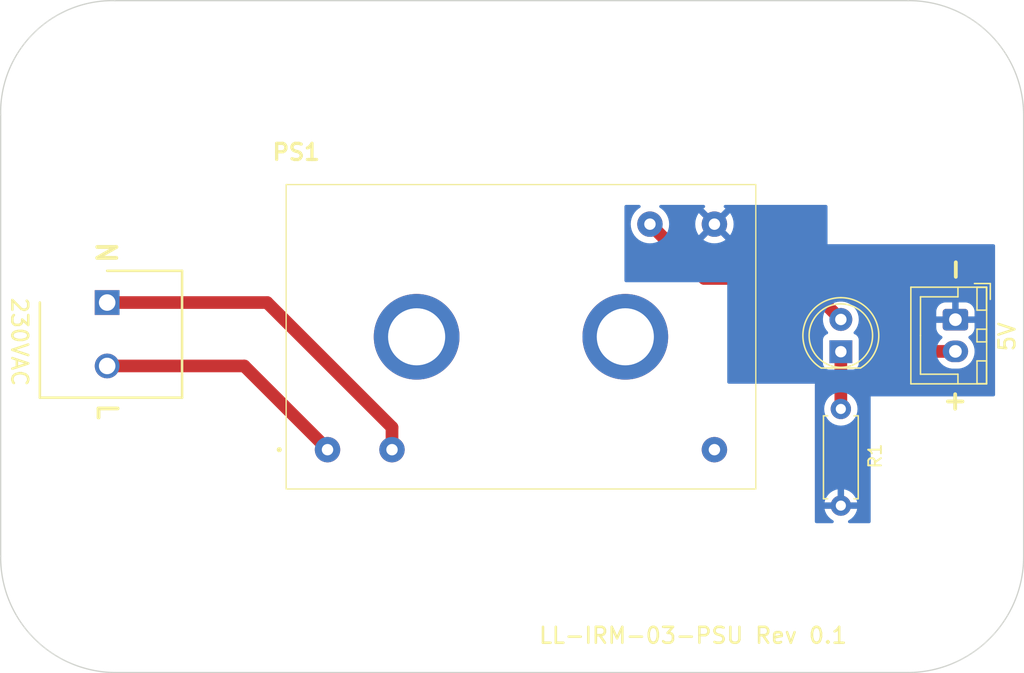
<source format=kicad_pcb>
(kicad_pcb (version 20211014) (generator pcbnew)
  (title_block (title "LL-IRM-03-PSU") (date "2022-11-27") (rev "0.1"))
  (layers (0 "F.Cu" signal) (31 "B.Cu" power) (34 "B.Paste" user) (35 "F.Paste" user) (36 "B.SilkS" user "B.Silkscreen") (37 "F.SilkS" user "F.Silkscreen") (38 "B.Mask" user) (39 "F.Mask" user) (44 "Edge.Cuts" user))
  (net 0 "")
  (net 1 "Net-(D1-Pad1)")
  (net 2 "GND")
  (net 4 "/Neutral")
  (net 5 "/Line")
  (net 6 "+5V")
  (footprint "Connector_JST:JST_XH_B2B-XH-A_1x02_P2.50mm_Vertical" (layer "F.Cu") (at 135.375 60.9 -90)
    (fp_text reference "J2")
    (fp_text value "5V+ Output")
    (fp_line (start 3.25 -1.7) (end 5.05 -1.7) (layer "F.SilkS") (width 0.12))
    (fp_line (start -2.55 -0.2) (end -1.8 -0.2) (layer "F.SilkS") (width 0.12))
    (fp_line (start 4.3 -0.2) (end 4.3 2.75) (layer "F.SilkS") (width 0.12))
    (fp_line (start -0.75 -1.7) (end -0.75 -2.45) (layer "F.SilkS") (width 0.12))
    (fp_line (start 0.75 -2.45) (end 0.75 -1.7) (layer "F.SilkS") (width 0.12))
    (fp_line (start -1.8 -0.2) (end -1.8 2.75) (layer "F.SilkS") (width 0.12))
    (fp_line (start -1.6 -2.75) (end -2.85 -2.75) (layer "F.SilkS") (width 0.12))
    (fp_line (start 4.3 2.75) (end 1.25 2.75) (layer "F.SilkS") (width 0.12))
    (fp_line (start -2.55 -1.7) (end -0.75 -1.7) (layer "F.SilkS") (width 0.12))
    (fp_line (start 5.06 -2.46) (end -2.56 -2.46) (layer "F.SilkS") (width 0.12))
    (fp_line (start -2.56 -2.46) (end -2.56 3.51) (layer "F.SilkS") (width 0.12))
    (fp_line (start 3.25 -2.45) (end 3.25 -1.7) (layer "F.SilkS") (width 0.12))
    (fp_line (start 1.75 -2.45) (end 0.75 -2.45) (layer "F.SilkS") (width 0.12))
    (fp_line (start 5.05 -0.2) (end 4.3 -0.2) (layer "F.SilkS") (width 0.12))
    (fp_line (start 5.05 -2.45) (end 3.25 -2.45) (layer "F.SilkS") (width 0.12))
    (fp_line (start -2.56 3.51) (end 5.06 3.51) (layer "F.SilkS") (width 0.12))
    (fp_line (start -2.55 -2.45) (end -2.55 -1.7) (layer "F.SilkS") (width 0.12))
    (fp_line (start 5.06 3.51) (end 5.06 -2.46) (layer "F.SilkS") (width 0.12))
    (fp_line (start 0.75 -1.7) (end 1.75 -1.7) (layer "F.SilkS") (width 0.12))
    (fp_line (start -1.8 2.75) (end 1.25 2.75) (layer "F.SilkS") (width 0.12))
    (fp_line (start -0.75 -2.45) (end -2.55 -2.45) (layer "F.SilkS") (width 0.12))
    (fp_line (start 5.05 -1.7) (end 5.05 -2.45) (layer "F.SilkS") (width 0.12))
    (fp_line (start -2.85 -2.75) (end -2.85 -1.5) (layer "F.SilkS") (width 0.12))
    (fp_line (start 1.75 -1.7) (end 1.75 -2.45) (layer "F.SilkS") (width 0.12))
    (pad "1" thru_hole roundrect (at 0 0 270) (size 1.7 2) (drill 1) (layers *.Cu *.Mask) (roundrect_rratio 0.1470588235) (net 2 "GND"))
    (pad "2" thru_hole oval (at 2.5 0 270) (size 1.7 2) (drill 1) (layers *.Cu *.Mask) (net 6 "+5V"))
  )
  (footprint "LED_THT:LED_D5.0mm" (layer "F.Cu") (at 126.35 63.425 90)
    (fp_text reference "D1")
    (fp_text value "PWR LED")
    (fp_line (start -1.29 -1.545) (end -1.29 1.545) (layer "F.SilkS") (width 0.12))
    (fp_arc (start -1.29 -1.54483) (mid 2.072002 -2.880433) (end 4.26 0.000462) (layer "F.SilkS") (width 0.12))
    (fp_arc (start 4.26 -0.000462) (mid 2.072002 2.880433) (end -1.29 1.54483) (layer "F.SilkS") (width 0.12))
    (fp_circle (center 1.27 0) (end 3.77 0) (layer "F.SilkS") (width 0.12) (fill none))
    (pad "1" thru_hole rect (at 0 0 90) (size 1.8 1.8) (drill 0.9) (layers *.Cu *.Mask) (net 1 "Net-(D1-Pad1)"))
    (pad "2" thru_hole circle (at 2.54 0 90) (size 1.8 1.8) (drill 0.9) (layers *.Cu *.Mask) (net 6 "+5V"))
  )
  (footprint "MeanWell_IRM-03-5:IRM0312" (layer "F.Cu") (at 85.91 71.15)
    (fp_text reference "PS1" (at -2.465 -23.455) (layer "F.SilkS") (effects (font (size 1.27 1.27) (thickness 0.254))))
    (fp_text value "IRM-03-5" hide)
    (fp_line (start -3.8 0.1) (end -3.8 0.1) (layer "F.SilkS") (width 0.2))
    (fp_line (start -3.26 -20.9) (end -3.26 3.1) (layer "F.SilkS") (width 0.1))
    (fp_line (start 33.74 -20.9) (end -3.26 -20.9) (layer "F.SilkS") (width 0.1))
    (fp_line (start 33.74 3.1) (end 33.74 -20.9) (layer "F.SilkS") (width 0.1))
    (fp_line (start -3.26 3.1) (end 33.74 3.1) (layer "F.SilkS") (width 0.1))
    (fp_line (start -3.8 -0.1) (end -3.8 -0.1) (layer "F.SilkS") (width 0.2))
    (fp_arc (start -3.8 -0.1) (mid -3.7 0) (end -3.8 0.1) (layer "F.SilkS") (width 0.2))
    (fp_arc (start -3.8 0.1) (mid -3.9 0) (end -3.8 -0.1) (layer "F.SilkS") (width 0.2))
    (pad "1" thru_hole circle (at 0 0) (size 2 2) (drill 0.9) (layers *.Cu *.Mask) (net 5 "/Line"))
    (pad "2" thru_hole circle (at 5.08 0) (size 2 2) (drill 0.9) (layers *.Cu *.Mask) (net 4 "/Neutral"))
    (pad "3" thru_hole circle (at 30.48 0) (size 2 2) (drill 0.9) (layers *.Cu *.Mask))
    (pad "4" thru_hole circle (at 30.48 -17.78) (size 2 2) (drill 0.9) (layers *.Cu *.Mask) (net 2 "GND"))
    (pad "5" thru_hole circle (at 25.4 -17.78) (size 2 2) (drill 0.9) (layers *.Cu *.Mask) (net 6 "+5V"))
    (pad "6" thru_hole circle (at 7.02 -8.9) (size 6.75 6.75) (drill 4.5) (layers *.Cu *.Mask))
    (pad "7" thru_hole circle (at 23.46 -8.9) (size 6.75 6.75) (drill 4.5) (layers *.Cu *.Mask))
  )
  (footprint "MountingHole:MountingHole_3.2mm_M3_ISO7380" (layer "F.Cu") (at 69.25 44.76)
    (fp_text reference "H4")
    (fp_text value "MountingHole")
    (pad "" np_thru_hole circle locked (at 0 0) (size 3.2 3.2) (drill 3.2) (layers F&B.Cu *.Mask))
  )
  (footprint "Phoenix_Contact_1711026:SHDR2W110P0X500_1X2_1000X1120X" (layer "F.Cu") (at 68.55 59.55 -90)
    (fp_text reference "J1")
    (fp_text value "230VAC")
    (fp_line (start 7.5 -5.9) (end -2.5 -5.9) (layer "F.SilkS") (width 0.2))
    (fp_line (start 7.5 5.3) (end 7.5 -5.9) (layer "F.SilkS") (width 0.2))
    (fp_line (start -2.5 -5.9) (end -2.5 0) (layer "F.SilkS") (width 0.2))
    (fp_line (start 0 5.3) (end 7.5 5.3) (layer "F.SilkS") (width 0.2))
    (pad "1" thru_hole rect (at 0 0 270) (size 1.95 1.95) (drill 1.3) (layers *.Cu *.Mask) (net 4 "/Neutral"))
    (pad "2" thru_hole circle (at 5 0 270) (size 1.95 1.95) (drill 1.3) (layers *.Cu *.Mask) (net 5 "/Line"))
  )
  (footprint "MountingHole:MountingHole_3.2mm_M3_ISO7380" (layer "F.Cu") (at 131.74 44.76)
    (fp_text reference "H3")
    (fp_text value "MountingHole")
    (pad "" np_thru_hole circle locked (at 0 0) (size 3.2 3.2) (drill 3.2) (layers *.Cu *.Mask))
  )
  (footprint "MountingHole:MountingHole_3.2mm_M3_ISO7380" (layer "F.Cu") (at 131.74 79.55)
    (fp_text reference "H2")
    (fp_text value "MountingHole")
    (pad "" np_thru_hole circle locked (at 0 0) (size 3.2 3.2) (drill 3.2) (layers *.Cu *.Mask))
  )
  (footprint "MountingHole:MountingHole_3.2mm_M3_ISO7380" (layer "F.Cu") (at 69.25 79.55)
    (fp_text reference "H1")
    (fp_text value "MountingHole")
    (pad "" np_thru_hole circle locked (at 0 0) (size 3.2 3.2) (drill 3.2) (layers *.Cu *.Mask))
  )
  (footprint "Resistor_THT:R_Axial_DIN0207_L6.3mm_D2.5mm_P7.62mm_Horizontal" (layer "F.Cu") (at 126.35 67.94 -90)
    (fp_text reference "R1" (at 3.71 -2.7 90) (layer "F.SilkS"))
    (fp_text value "2K")
    (fp_line (start 7.08 -1.37) (end 7.08 -1.04) (layer "F.SilkS") (width 0.12))
    (fp_line (start 0.54 1.04) (end 0.54 1.37) (layer "F.SilkS") (width 0.12))
    (fp_line (start 7.08 1.37) (end 7.08 1.04) (layer "F.SilkS") (width 0.12))
    (fp_line (start 0.54 1.37) (end 7.08 1.37) (layer "F.SilkS") (width 0.12))
    (fp_line (start 0.54 -1.04) (end 0.54 -1.37) (layer "F.SilkS") (width 0.12))
    (fp_line (start 0.54 -1.37) (end 7.08 -1.37) (layer "F.SilkS") (width 0.12))
    (pad "1" thru_hole circle (at 0 0 270) (size 1.6 1.6) (drill 0.8) (layers *.Cu *.Mask) (net 1 "Net-(D1-Pad1)"))
    (pad "2" thru_hole oval (at 7.62 0 270) (size 1.6 1.6) (drill 0.8) (layers *.Cu *.Mask) (net 2 "GND"))
  )
  (gr_line (start 60.16 79.54) (end 60.16 44.75) (layer "Edge.Cuts") (width 0.1))
  (gr_line (start 69.16 88.72) (end 131.65 88.72) (layer "Edge.Cuts") (width 0.1))
  (gr_line (start 69.16 35.75) (end 131.65 35.75) (layer "Edge.Cuts") (width 0.1))
  (gr_arc (start 131.65 35.75) (mid 138.063961 38.365328) (end 140.75 44.75) (layer "Edge.Cuts") (width 0.1))
  (gr_line (start 140.75 44.75) (end 140.75 79.54) (layer "Edge.Cuts") (width 0.1))
  (gr_arc (start 140.75 79.54) (mid 138.10124 86.014672) (end 131.65 88.72) (layer "Edge.Cuts") (width 0.1))
  (gr_arc (start 69.16 88.72) (mid 62.75876 85.993961) (end 60.16 79.54) (layer "Edge.Cuts") (width 0.1))
  (gr_arc (start 60.16 44.75) (mid 62.740586 38.330586) (end 69.16 35.75) (layer "Edge.Cuts") (width 0.1))
  (gr_text "-" (at 135.3 56.95 90) (layer "F.SilkS") (effects (font (size 1.5 1.5) (thickness 0.3))))
  (gr_text "230VAC" (at 61.65 62.65 270) (layer "F.SilkS") (effects (font (size 1.25 1.25) (thickness 0.2))))
  (gr_text "N" (at 68.45 55.6 270) (layer "F.SilkS") (effects (font (size 1.5 1.5) (thickness 0.3))))
  (gr_text "5V" (at 139.45 62.25 90) (layer "F.SilkS") (effects (font (size 1.25 1.25) (thickness 0.2))))
  (gr_text "L" (at 68.55 68.15 270) (layer "F.SilkS") (effects (font (size 1.5 1.5) (thickness 0.3))))
  (gr_text "+" (at 135.25 67.35 90) (layer "F.SilkS") (effects (font (size 1.5 1.5) (thickness 0.3))))
  (gr_text "LL-IRM-03-PSU Rev 0.1" (at 114.7 85.8) (layer "F.SilkS") (effects (font (size 1.25 1.25) (thickness 0.2))))
  (segment (start 126.35 67.94) (end 126.35 63.425) (width 1) (layer "F.Cu") (net 1))
  (segment (start 90.99 69.39) (end 90.99 71.15) (width 1) (layer "F.Cu") (net 4))
  (segment (start 81.15 59.55) (end 90.99 69.39) (width 1) (layer "F.Cu") (net 4))
  (segment (start 68.55 59.55) (end 81.15 59.55) (width 1) (layer "F.Cu") (net 4))
  (segment (start 68.55 64.55) (end 79.35 64.55) (width 1) (layer "F.Cu") (net 5))
  (segment (start 79.35 64.55) (end 85.91 71.11) (width 1) (layer "F.Cu") (net 5))
  (segment (start 85.91 71.11) (end 85.91 71.15) (width 1) (layer "F.Cu") (net 5))
  (segment (start 123.25 57.65) (end 123.25 57.785) (width 1) (layer "F.Cu") (net 6))
  (segment (start 133.675 63.4) (end 135.375 63.4) (width 1) (layer "F.Cu") (net 6))
  (segment (start 123.25 57.65) (end 127.925 57.65) (width 1) (layer "F.Cu") (net 6))
  (segment (start 115.59 57.65) (end 123.25 57.65) (width 1) (layer "F.Cu") (net 6))
  (segment (start 123.25 57.785) (end 126.35 60.885) (width 1) (layer "F.Cu") (net 6))
  (segment (start 111.31 53.37) (end 115.59 57.65) (width 1) (layer "F.Cu") (net 6))
  (segment (start 127.925 57.65) (end 133.675 63.4) (width 1) (layer "F.Cu") (net 6))
  (zone (net 2) (net_name "GND") (layer "B.Cu") (connect_pads (clearance 0.508)) (min_thickness 0.254) (fill yes (thermal_gap 0.508) (thermal_bridge_width 0.508))
    (polygon (pts (xy 125.3 54.95) (xy 138.5 54.95) (xy 138.5 66.95) (xy 128.7 66.95) (xy 128.7 76.95) (xy 124.3 76.95) (xy 124.3 65.95) (xy 117.4 65.95) (xy 117.4 57.95) (xy 109.3 57.95) (xy 109.3 51.85) (xy 125.3 51.85)))
  )
)
</source>
